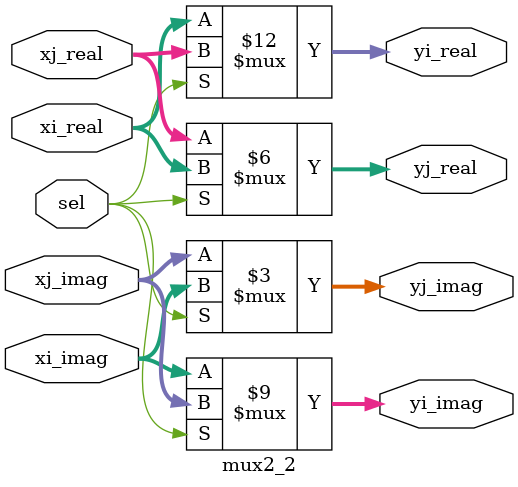
<source format=v>
module mux2_2(sel,xi_real,xi_imag,xj_real,xj_imag,yi_real,yi_imag,yj_real,yj_imag);
input sel;
input [15:0] xi_real,xi_imag,xj_real,xj_imag;
output reg signed [15:0] yi_real,yi_imag,yj_real,yj_imag ;

always @*
	if(sel)
		begin
		yi_real=xj_real; yi_imag=xj_imag; 
		yj_real=xi_real; yj_imag=xi_imag;
		end
	else 
		begin
		yi_real=xi_real; yi_imag=xi_imag; 
		yj_real=xj_real; yj_imag=xj_imag;
		end	
endmodule 
</source>
